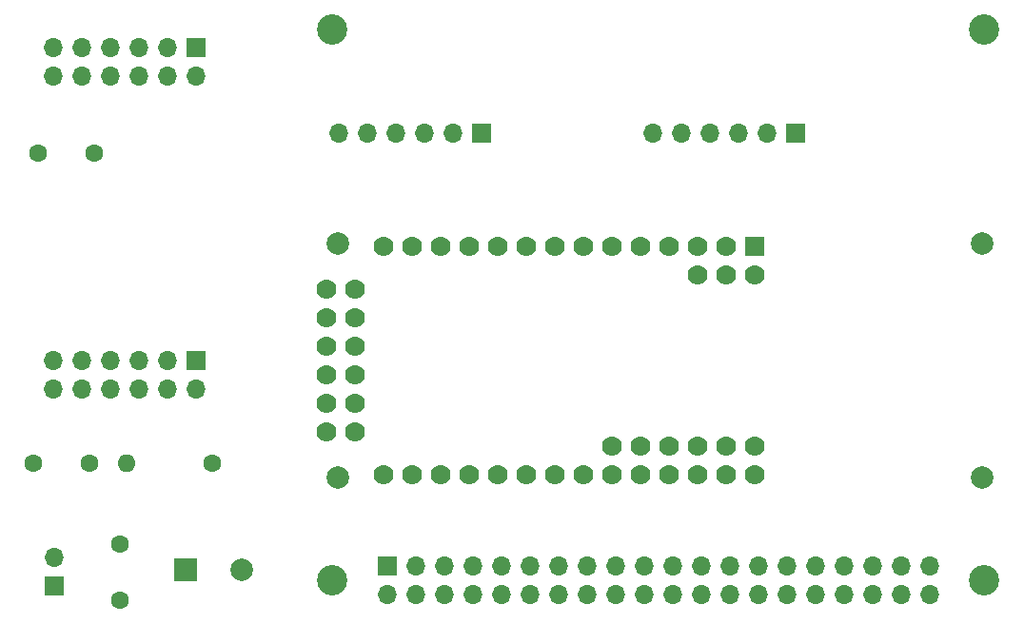
<source format=gts>
G04 #@! TF.GenerationSoftware,KiCad,Pcbnew,5.1.9-1.fc33*
G04 #@! TF.CreationDate,2021-01-30T14:56:45-05:00*
G04 #@! TF.ProjectId,cyc1000_pidp-11_shim,63796331-3030-4305-9f70-6964702d3131,1*
G04 #@! TF.SameCoordinates,Original*
G04 #@! TF.FileFunction,Soldermask,Top*
G04 #@! TF.FilePolarity,Negative*
%FSLAX46Y46*%
G04 Gerber Fmt 4.6, Leading zero omitted, Abs format (unit mm)*
G04 Created by KiCad (PCBNEW 5.1.9-1.fc33) date 2021-01-30 14:56:45*
%MOMM*%
%LPD*%
G01*
G04 APERTURE LIST*
%ADD10C,2.000000*%
%ADD11C,1.778000*%
%ADD12R,1.778000X1.778000*%
%ADD13R,1.700000X1.700000*%
%ADD14O,1.700000X1.700000*%
%ADD15C,2.700000*%
%ADD16R,2.000000X2.000000*%
%ADD17C,1.600000*%
%ADD18O,1.600000X1.600000*%
G04 APERTURE END LIST*
D10*
X291338366Y-132340308D03*
X233959766Y-132340308D03*
X233959766Y-111501894D03*
X291338366Y-111501894D03*
D11*
X232994566Y-128265894D03*
X232994566Y-125725894D03*
X232994566Y-123185894D03*
X232994566Y-120645894D03*
X232994566Y-118105894D03*
X232994566Y-115565894D03*
X235534566Y-128265894D03*
X235534566Y-125725894D03*
X235534566Y-123185894D03*
X235534566Y-120645894D03*
X235534566Y-118105894D03*
X235534566Y-115565894D03*
X238074566Y-132075894D03*
X240614566Y-132075894D03*
X243154566Y-132075894D03*
X245694566Y-132075894D03*
X248234566Y-132075894D03*
X250774566Y-132075894D03*
X253314566Y-132075894D03*
X255854566Y-132075894D03*
X258394566Y-132075894D03*
X260934566Y-132075894D03*
X263474566Y-132075894D03*
X266014566Y-132075894D03*
X268554566Y-132075894D03*
X271094566Y-132075894D03*
X258394566Y-129535894D03*
X260934566Y-129535894D03*
X263474566Y-129535894D03*
X266014566Y-129535894D03*
X268554566Y-129535894D03*
X271094566Y-129535894D03*
X266014566Y-114295894D03*
X268554566Y-114295894D03*
X271094566Y-114295894D03*
X238074566Y-111755894D03*
X240614566Y-111755894D03*
X243154566Y-111755894D03*
X245694566Y-111755894D03*
X248234566Y-111755894D03*
X250774566Y-111755894D03*
X253314566Y-111755894D03*
X255854566Y-111755894D03*
X258394566Y-111755894D03*
X260934566Y-111755894D03*
X263474566Y-111755894D03*
X266014566Y-111755894D03*
D12*
X271094566Y-111755894D03*
D11*
X268554566Y-111755894D03*
D13*
X274680000Y-101700000D03*
D14*
X272140000Y-101700000D03*
X269600000Y-101700000D03*
X267060000Y-101700000D03*
X264520000Y-101700000D03*
X261980000Y-101700000D03*
D13*
X221340000Y-121920000D03*
D14*
X221340000Y-124460000D03*
X218800000Y-121920000D03*
X218800000Y-124460000D03*
X216260000Y-121920000D03*
X216260000Y-124460000D03*
X213720000Y-121920000D03*
X213720000Y-124460000D03*
X211180000Y-121920000D03*
X211180000Y-124460000D03*
X208640000Y-121920000D03*
X208640000Y-124460000D03*
D15*
X233500000Y-92500000D03*
X291500000Y-92500000D03*
X233500000Y-141500000D03*
X291500000Y-141500000D03*
D16*
X220440000Y-140620000D03*
D10*
X225440000Y-140620000D03*
D17*
X214570000Y-143280000D03*
X214570000Y-138280000D03*
D13*
X208780000Y-141980000D03*
D14*
X208780000Y-139440000D03*
D13*
X238370000Y-140230000D03*
D14*
X238370000Y-142770000D03*
X240910000Y-140230000D03*
X240910000Y-142770000D03*
X243450000Y-140230000D03*
X243450000Y-142770000D03*
X245990000Y-140230000D03*
X245990000Y-142770000D03*
X248530000Y-140230000D03*
X248530000Y-142770000D03*
X251070000Y-140230000D03*
X251070000Y-142770000D03*
X253610000Y-140230000D03*
X253610000Y-142770000D03*
X256150000Y-140230000D03*
X256150000Y-142770000D03*
X258690000Y-140230000D03*
X258690000Y-142770000D03*
X261230000Y-140230000D03*
X261230000Y-142770000D03*
X263770000Y-140230000D03*
X263770000Y-142770000D03*
X266310000Y-140230000D03*
X266310000Y-142770000D03*
X268850000Y-140230000D03*
X268850000Y-142770000D03*
X271390000Y-140230000D03*
X271390000Y-142770000D03*
X273930000Y-140230000D03*
X273930000Y-142770000D03*
X276470000Y-140230000D03*
X276470000Y-142770000D03*
X279010000Y-140230000D03*
X279010000Y-142770000D03*
X281550000Y-140230000D03*
X281550000Y-142770000D03*
X284090000Y-140230000D03*
X284090000Y-142770000D03*
X286630000Y-140230000D03*
X286630000Y-142770000D03*
D17*
X222780000Y-131130000D03*
D18*
X215160000Y-131130000D03*
D14*
X208640000Y-96620000D03*
X208640000Y-94080000D03*
X211180000Y-96620000D03*
X211180000Y-94080000D03*
X213720000Y-96620000D03*
X213720000Y-94080000D03*
X216260000Y-96620000D03*
X216260000Y-94080000D03*
X218800000Y-96620000D03*
X218800000Y-94080000D03*
X221340000Y-96620000D03*
D13*
X221340000Y-94080000D03*
D14*
X234040000Y-101700000D03*
X236580000Y-101700000D03*
X239120000Y-101700000D03*
X241660000Y-101700000D03*
X244200000Y-101700000D03*
D13*
X246740000Y-101700000D03*
D17*
X207300000Y-103460000D03*
X212300000Y-103460000D03*
X211890000Y-131080000D03*
X206890000Y-131080000D03*
M02*

</source>
